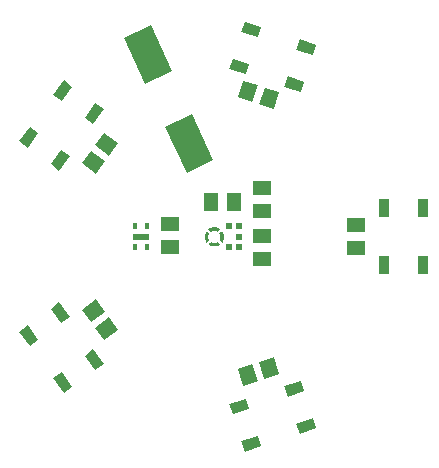
<source format=gbr>
G04 EAGLE Gerber RS-274X export*
G75*
%MOMM*%
%FSLAX34Y34*%
%LPD*%
%INSolderpaste Bottom*%
%IPPOS*%
%AMOC8*
5,1,8,0,0,1.08239X$1,22.5*%
G01*
%ADD10R,1.500000X1.300000*%
%ADD11R,1.300000X1.500000*%
%ADD12R,0.522000X0.600000*%
%ADD13R,0.350000X0.550000*%
%ADD14R,1.400000X0.500000*%
%ADD15R,4.300000X2.500000*%
%ADD16R,1.500000X0.900000*%
%ADD17R,0.900000X1.500000*%

G36*
X-2318Y4453D02*
X-2318Y4453D01*
X-1273Y4837D01*
X-74Y4973D01*
X1125Y4837D01*
X2224Y4437D01*
X2724Y4088D01*
X2728Y4088D01*
X2729Y4088D01*
X3779Y5138D01*
X4927Y6241D01*
X4927Y6242D01*
X4927Y6247D01*
X4926Y6247D01*
X4926Y6248D01*
X3978Y6895D01*
X3978Y6894D01*
X3978Y6895D01*
X3028Y7345D01*
X2278Y7645D01*
X2277Y7645D01*
X1529Y7807D01*
X577Y7945D01*
X576Y7945D01*
X-674Y7945D01*
X-675Y7945D01*
X-1475Y7845D01*
X-2375Y7645D01*
X-2376Y7645D01*
X-3176Y7345D01*
X-4126Y6895D01*
X-4126Y6894D01*
X-4126Y6895D01*
X-5076Y6245D01*
X-5076Y6244D01*
X-5077Y6244D01*
X-5077Y6243D01*
X-5078Y6242D01*
X-5077Y6242D01*
X-5078Y6239D01*
X-5077Y6239D01*
X-5077Y6238D01*
X-3877Y5038D01*
X-2904Y4050D01*
X-2899Y4049D01*
X-2898Y4049D01*
X-2318Y4453D01*
G37*
G36*
X-6472Y-5162D02*
X-6472Y-5162D01*
X-6471Y-5162D01*
X-5321Y-4012D01*
X-4333Y-3039D01*
X-4332Y-3035D01*
X-4332Y-3034D01*
X-4686Y-2403D01*
X-5070Y-1358D01*
X-5206Y-159D01*
X-5206Y-157D01*
X-5205Y-153D01*
X-5204Y-145D01*
X-5203Y-136D01*
X-5203Y-132D01*
X-5202Y-128D01*
X-5202Y-123D01*
X-5201Y-115D01*
X-5200Y-106D01*
X-5199Y-102D01*
X-5198Y-94D01*
X-5197Y-85D01*
X-5197Y-81D01*
X-5196Y-77D01*
X-5196Y-72D01*
X-5195Y-64D01*
X-5194Y-55D01*
X-5194Y-51D01*
X-5193Y-47D01*
X-5193Y-43D01*
X-5192Y-34D01*
X-5191Y-30D01*
X-5191Y-26D01*
X-5190Y-21D01*
X-5189Y-13D01*
X-5188Y-4D01*
X-5188Y0D01*
X-5187Y4D01*
X-5187Y8D01*
X-5187Y9D01*
X-5186Y17D01*
X-5185Y21D01*
X-5185Y25D01*
X-5185Y26D01*
X-5184Y30D01*
X-5183Y38D01*
X-5182Y47D01*
X-5182Y51D01*
X-5181Y55D01*
X-5181Y59D01*
X-5181Y60D01*
X-5180Y68D01*
X-5180Y72D01*
X-5179Y76D01*
X-5179Y77D01*
X-5179Y81D01*
X-5178Y89D01*
X-5177Y98D01*
X-5176Y102D01*
X-5176Y106D01*
X-5175Y110D01*
X-5175Y111D01*
X-5174Y119D01*
X-5174Y123D01*
X-5173Y127D01*
X-5173Y128D01*
X-5173Y132D01*
X-5172Y140D01*
X-5171Y149D01*
X-5170Y153D01*
X-5170Y157D01*
X-5169Y161D01*
X-5169Y162D01*
X-5168Y170D01*
X-5168Y174D01*
X-5168Y178D01*
X-5167Y178D01*
X-5168Y179D01*
X-5167Y183D01*
X-5166Y191D01*
X-5165Y200D01*
X-5165Y204D01*
X-5164Y208D01*
X-5164Y212D01*
X-5164Y213D01*
X-5163Y221D01*
X-5162Y225D01*
X-5162Y229D01*
X-5162Y230D01*
X-5161Y234D01*
X-5160Y242D01*
X-5159Y251D01*
X-5159Y255D01*
X-5158Y259D01*
X-5158Y263D01*
X-5158Y264D01*
X-5157Y272D01*
X-5156Y276D01*
X-5156Y280D01*
X-5156Y281D01*
X-5155Y285D01*
X-5155Y293D01*
X-5154Y293D01*
X-5155Y293D01*
X-5154Y302D01*
X-5153Y306D01*
X-5153Y310D01*
X-5152Y314D01*
X-5152Y315D01*
X-5151Y323D01*
X-5151Y327D01*
X-5150Y331D01*
X-5150Y332D01*
X-5150Y336D01*
X-5149Y344D01*
X-5148Y353D01*
X-5147Y357D01*
X-5147Y361D01*
X-5146Y365D01*
X-5146Y366D01*
X-5145Y374D01*
X-5145Y378D01*
X-5144Y382D01*
X-5144Y383D01*
X-5144Y387D01*
X-5143Y395D01*
X-5142Y404D01*
X-5142Y408D01*
X-5141Y408D01*
X-5142Y408D01*
X-5141Y412D01*
X-5141Y416D01*
X-5141Y417D01*
X-5140Y425D01*
X-5139Y429D01*
X-5139Y433D01*
X-5139Y434D01*
X-5138Y438D01*
X-5137Y446D01*
X-5136Y455D01*
X-5136Y459D01*
X-5135Y463D01*
X-5135Y467D01*
X-5135Y468D01*
X-5134Y476D01*
X-5133Y480D01*
X-5133Y484D01*
X-5133Y485D01*
X-5132Y489D01*
X-5131Y497D01*
X-5130Y506D01*
X-5130Y510D01*
X-5129Y514D01*
X-5129Y518D01*
X-5129Y519D01*
X-5128Y527D01*
X-5128Y531D01*
X-5127Y535D01*
X-5127Y536D01*
X-5127Y540D01*
X-5126Y548D01*
X-5125Y557D01*
X-5124Y561D01*
X-5124Y565D01*
X-5123Y569D01*
X-5123Y570D01*
X-5122Y578D01*
X-5122Y582D01*
X-5121Y586D01*
X-5121Y587D01*
X-5121Y591D01*
X-5120Y599D01*
X-5119Y608D01*
X-5118Y612D01*
X-5118Y616D01*
X-5117Y620D01*
X-5117Y621D01*
X-5116Y629D01*
X-5116Y633D01*
X-5115Y637D01*
X-5115Y638D01*
X-5115Y642D01*
X-5114Y650D01*
X-5113Y659D01*
X-5113Y663D01*
X-5112Y667D01*
X-5112Y671D01*
X-5112Y672D01*
X-5111Y680D01*
X-5110Y684D01*
X-5110Y688D01*
X-5110Y689D01*
X-5109Y693D01*
X-5108Y701D01*
X-5107Y710D01*
X-5107Y714D01*
X-5106Y718D01*
X-5106Y722D01*
X-5106Y723D01*
X-5105Y731D01*
X-5104Y735D01*
X-5104Y739D01*
X-5104Y740D01*
X-5103Y744D01*
X-5102Y752D01*
X-5102Y761D01*
X-5101Y761D01*
X-5102Y761D01*
X-5101Y765D01*
X-5101Y769D01*
X-5100Y773D01*
X-5100Y774D01*
X-5099Y782D01*
X-5099Y786D01*
X-5098Y790D01*
X-5098Y791D01*
X-5098Y795D01*
X-5097Y803D01*
X-5096Y812D01*
X-5095Y816D01*
X-5095Y820D01*
X-5094Y824D01*
X-5094Y825D01*
X-5093Y833D01*
X-5093Y837D01*
X-5092Y841D01*
X-5092Y842D01*
X-5092Y846D01*
X-5091Y854D01*
X-5090Y863D01*
X-5089Y867D01*
X-5089Y871D01*
X-5089Y875D01*
X-5088Y875D01*
X-5089Y876D01*
X-5088Y884D01*
X-5087Y888D01*
X-5087Y892D01*
X-5087Y893D01*
X-5086Y897D01*
X-5085Y905D01*
X-5084Y914D01*
X-5084Y918D01*
X-5083Y922D01*
X-5083Y926D01*
X-5083Y927D01*
X-5082Y935D01*
X-5081Y939D01*
X-5081Y943D01*
X-5081Y944D01*
X-5080Y948D01*
X-5079Y956D01*
X-5078Y965D01*
X-5078Y969D01*
X-5077Y973D01*
X-5077Y977D01*
X-5077Y978D01*
X-5076Y986D01*
X-5076Y990D01*
X-5075Y990D01*
X-5075Y994D01*
X-5075Y995D01*
X-5075Y999D01*
X-5074Y1007D01*
X-5073Y1016D01*
X-5072Y1020D01*
X-5072Y1024D01*
X-5071Y1028D01*
X-5071Y1029D01*
X-5070Y1037D01*
X-5070Y1040D01*
X-4670Y2139D01*
X-4321Y2639D01*
X-4321Y2643D01*
X-4321Y2644D01*
X-5371Y3644D01*
X-6524Y4792D01*
X-6525Y4792D01*
X-6530Y4792D01*
X-6530Y4791D01*
X-6531Y4791D01*
X-6978Y4093D01*
X-7578Y2943D01*
X-7578Y2942D01*
X-8040Y1444D01*
X-8040Y1443D01*
X-8040Y1442D01*
X-8041Y1438D01*
X-8041Y1429D01*
X-8042Y1429D01*
X-8041Y1429D01*
X-8042Y1425D01*
X-8042Y1421D01*
X-8043Y1416D01*
X-8043Y1412D01*
X-8043Y1408D01*
X-8044Y1399D01*
X-8044Y1395D01*
X-8045Y1391D01*
X-8045Y1387D01*
X-8046Y1382D01*
X-8046Y1378D01*
X-8047Y1370D01*
X-8047Y1365D01*
X-8047Y1361D01*
X-8048Y1357D01*
X-8048Y1353D01*
X-8048Y1348D01*
X-8049Y1340D01*
X-8050Y1336D01*
X-8050Y1331D01*
X-8050Y1327D01*
X-8051Y1323D01*
X-8051Y1319D01*
X-8052Y1310D01*
X-8052Y1306D01*
X-8052Y1302D01*
X-8053Y1302D01*
X-8052Y1302D01*
X-8053Y1297D01*
X-8053Y1293D01*
X-8054Y1289D01*
X-8054Y1280D01*
X-8055Y1276D01*
X-8055Y1272D01*
X-8055Y1268D01*
X-8056Y1263D01*
X-8056Y1259D01*
X-8057Y1251D01*
X-8057Y1246D01*
X-8058Y1242D01*
X-8058Y1238D01*
X-8058Y1234D01*
X-8059Y1229D01*
X-8059Y1221D01*
X-8060Y1217D01*
X-8060Y1212D01*
X-8061Y1208D01*
X-8061Y1204D01*
X-8061Y1200D01*
X-8062Y1191D01*
X-8062Y1187D01*
X-8063Y1183D01*
X-8063Y1178D01*
X-8063Y1174D01*
X-8064Y1170D01*
X-8065Y1161D01*
X-8065Y1157D01*
X-8065Y1153D01*
X-8066Y1149D01*
X-8066Y1144D01*
X-8066Y1140D01*
X-8067Y1136D01*
X-8067Y1132D01*
X-8067Y1127D01*
X-8068Y1127D01*
X-8067Y1127D01*
X-8068Y1123D01*
X-8068Y1119D01*
X-8069Y1115D01*
X-8069Y1110D01*
X-8069Y1106D01*
X-8070Y1102D01*
X-8070Y1098D01*
X-8070Y1093D01*
X-8071Y1089D01*
X-8071Y1085D01*
X-8072Y1081D01*
X-8072Y1076D01*
X-8072Y1072D01*
X-8073Y1068D01*
X-8073Y1064D01*
X-8073Y1059D01*
X-8074Y1055D01*
X-8074Y1051D01*
X-8074Y1047D01*
X-8075Y1042D01*
X-8075Y1038D01*
X-8076Y1034D01*
X-8076Y1030D01*
X-8076Y1025D01*
X-8077Y1021D01*
X-8077Y1017D01*
X-8077Y1013D01*
X-8078Y1008D01*
X-8078Y1004D01*
X-8078Y1000D01*
X-8079Y996D01*
X-8079Y991D01*
X-8080Y987D01*
X-8080Y983D01*
X-8080Y979D01*
X-8081Y974D01*
X-8081Y970D01*
X-8081Y966D01*
X-8082Y962D01*
X-8082Y957D01*
X-8082Y953D01*
X-8083Y953D01*
X-8082Y953D01*
X-8083Y949D01*
X-8083Y945D01*
X-8084Y940D01*
X-8084Y936D01*
X-8084Y932D01*
X-8085Y928D01*
X-8085Y923D01*
X-8085Y919D01*
X-8086Y915D01*
X-8086Y911D01*
X-8087Y906D01*
X-8087Y902D01*
X-8087Y898D01*
X-8088Y894D01*
X-8088Y889D01*
X-8088Y885D01*
X-8089Y881D01*
X-8089Y877D01*
X-8089Y872D01*
X-8090Y868D01*
X-8090Y864D01*
X-8091Y860D01*
X-8091Y855D01*
X-8091Y851D01*
X-8092Y847D01*
X-8092Y843D01*
X-8092Y838D01*
X-8093Y834D01*
X-8093Y830D01*
X-8093Y826D01*
X-8094Y826D01*
X-8093Y826D01*
X-8094Y821D01*
X-8094Y817D01*
X-8095Y813D01*
X-8095Y809D01*
X-8095Y804D01*
X-8096Y800D01*
X-8096Y792D01*
X-8097Y787D01*
X-8097Y783D01*
X-8097Y779D01*
X-8098Y779D01*
X-8097Y779D01*
X-8098Y775D01*
X-8098Y770D01*
X-8099Y762D01*
X-8099Y758D01*
X-8100Y753D01*
X-8100Y749D01*
X-8100Y745D01*
X-8101Y741D01*
X-8102Y732D01*
X-8102Y728D01*
X-8102Y724D01*
X-8103Y719D01*
X-8103Y715D01*
X-8103Y711D01*
X-8104Y702D01*
X-8104Y698D01*
X-8105Y694D01*
X-8105Y690D01*
X-8106Y685D01*
X-8106Y681D01*
X-8107Y673D01*
X-8107Y668D01*
X-8107Y664D01*
X-8108Y660D01*
X-8108Y656D01*
X-8108Y651D01*
X-8109Y651D01*
X-8108Y651D01*
X-8109Y643D01*
X-8110Y639D01*
X-8110Y634D01*
X-8110Y630D01*
X-8111Y626D01*
X-8111Y622D01*
X-8112Y613D01*
X-8112Y609D01*
X-8113Y605D01*
X-8113Y600D01*
X-8113Y596D01*
X-8114Y592D01*
X-8114Y583D01*
X-8115Y579D01*
X-8115Y575D01*
X-8115Y571D01*
X-8116Y566D01*
X-8116Y562D01*
X-8117Y554D01*
X-8117Y549D01*
X-8118Y545D01*
X-8118Y541D01*
X-8118Y537D01*
X-8119Y532D01*
X-8119Y524D01*
X-8120Y520D01*
X-8120Y515D01*
X-8121Y511D01*
X-8121Y507D01*
X-8121Y503D01*
X-8122Y494D01*
X-8122Y490D01*
X-8123Y486D01*
X-8123Y481D01*
X-8123Y477D01*
X-8124Y477D01*
X-8123Y477D01*
X-8124Y473D01*
X-8125Y464D01*
X-8125Y460D01*
X-8125Y456D01*
X-8126Y452D01*
X-8126Y447D01*
X-8126Y443D01*
X-8127Y439D01*
X-8127Y435D01*
X-8128Y430D01*
X-8128Y426D01*
X-8128Y422D01*
X-8129Y418D01*
X-8129Y413D01*
X-8129Y409D01*
X-8130Y405D01*
X-8130Y401D01*
X-8130Y396D01*
X-8131Y392D01*
X-8131Y388D01*
X-8132Y384D01*
X-8132Y379D01*
X-8132Y375D01*
X-8133Y371D01*
X-8133Y367D01*
X-8133Y362D01*
X-8134Y358D01*
X-8134Y354D01*
X-8134Y350D01*
X-8135Y345D01*
X-8135Y341D01*
X-8136Y337D01*
X-8136Y333D01*
X-8136Y328D01*
X-8137Y324D01*
X-8137Y320D01*
X-8137Y316D01*
X-8138Y311D01*
X-8138Y307D01*
X-8138Y303D01*
X-8139Y303D01*
X-8138Y303D01*
X-8139Y299D01*
X-8139Y294D01*
X-8140Y290D01*
X-8140Y286D01*
X-8140Y282D01*
X-8141Y277D01*
X-8141Y273D01*
X-8141Y269D01*
X-8142Y265D01*
X-8142Y260D01*
X-8143Y256D01*
X-8143Y252D01*
X-8143Y248D01*
X-8144Y243D01*
X-8144Y239D01*
X-8144Y235D01*
X-8145Y231D01*
X-8145Y226D01*
X-8145Y222D01*
X-8146Y218D01*
X-8146Y214D01*
X-8147Y209D01*
X-8147Y205D01*
X-8147Y201D01*
X-8148Y197D01*
X-8148Y192D01*
X-8148Y188D01*
X-8149Y184D01*
X-8149Y180D01*
X-8149Y175D01*
X-8150Y175D01*
X-8149Y175D01*
X-8150Y171D01*
X-8150Y167D01*
X-8151Y163D01*
X-8151Y158D01*
X-8151Y154D01*
X-8152Y150D01*
X-8152Y146D01*
X-8152Y141D01*
X-8153Y137D01*
X-8153Y133D01*
X-8153Y129D01*
X-8154Y129D01*
X-8154Y124D01*
X-8154Y120D01*
X-8155Y116D01*
X-8155Y112D01*
X-8155Y107D01*
X-8156Y103D01*
X-8156Y95D01*
X-8157Y90D01*
X-8157Y86D01*
X-8158Y82D01*
X-8158Y78D01*
X-8158Y73D01*
X-8159Y65D01*
X-8159Y61D01*
X-8160Y56D01*
X-8160Y52D01*
X-8160Y48D01*
X-8161Y44D01*
X-8162Y35D01*
X-8162Y31D01*
X-8162Y27D01*
X-8163Y22D01*
X-8163Y18D01*
X-8163Y14D01*
X-8164Y5D01*
X-8164Y1D01*
X-8165Y1D01*
X-8164Y1D01*
X-8165Y-3D01*
X-8165Y-7D01*
X-8165Y-8D01*
X-8166Y-12D01*
X-8166Y-16D01*
X-8167Y-24D01*
X-8167Y-25D01*
X-8167Y-29D01*
X-8167Y-33D01*
X-8168Y-37D01*
X-8168Y-41D01*
X-8168Y-42D01*
X-8169Y-46D01*
X-8169Y-54D01*
X-8170Y-58D01*
X-8170Y-59D01*
X-8170Y-63D01*
X-8170Y-67D01*
X-8171Y-71D01*
X-8171Y-75D01*
X-8171Y-76D01*
X-8172Y-84D01*
X-8172Y-88D01*
X-8173Y-92D01*
X-8173Y-93D01*
X-8173Y-97D01*
X-8173Y-101D01*
X-8174Y-105D01*
X-8174Y-114D01*
X-8175Y-118D01*
X-8175Y-122D01*
X-8175Y-126D01*
X-8175Y-127D01*
X-8176Y-131D01*
X-8176Y-135D01*
X-8177Y-143D01*
X-8177Y-144D01*
X-8177Y-148D01*
X-8178Y-152D01*
X-8178Y-156D01*
X-8178Y-159D01*
X-8078Y-1559D01*
X-8078Y-1560D01*
X-7878Y-2360D01*
X-7578Y-3260D01*
X-7578Y-3261D01*
X-7128Y-4211D01*
X-7127Y-4211D01*
X-7128Y-4211D01*
X-6478Y-5161D01*
X-6477Y-5161D01*
X-6477Y-5162D01*
X-6472Y-5163D01*
X-6472Y-5162D01*
G37*
G36*
X1326Y-8163D02*
X1326Y-8163D01*
X1327Y-8163D01*
X2127Y-7963D01*
X3027Y-7663D01*
X3028Y-7663D01*
X4028Y-7163D01*
X4028Y-7162D01*
X4028Y-7163D01*
X4978Y-6513D01*
X4978Y-6512D01*
X4979Y-6512D01*
X4979Y-6511D01*
X4980Y-6507D01*
X4979Y-6507D01*
X4979Y-6506D01*
X3829Y-5406D01*
X2856Y-4418D01*
X2854Y-4418D01*
X2853Y-4417D01*
X2852Y-4417D01*
X2851Y-4417D01*
X2170Y-4771D01*
X1175Y-5205D01*
X-25Y-5355D01*
X-28Y-5359D01*
X-28Y-5389D01*
X-123Y-5355D01*
X-1173Y-5205D01*
X-1175Y-5206D01*
X-1176Y-5205D01*
X-1270Y-5252D01*
X-1270Y-5209D01*
X-1272Y-5206D01*
X-1273Y-5205D01*
X-2372Y-4805D01*
X-2922Y-4455D01*
X-2923Y-4456D01*
X-2923Y-4455D01*
X-2925Y-4455D01*
X-2925Y-4456D01*
X-2926Y-4456D01*
X-2927Y-4456D01*
X-3927Y-5456D01*
X-5075Y-6559D01*
X-5075Y-6561D01*
X-5075Y-6565D01*
X-5074Y-6565D01*
X-5074Y-6566D01*
X-4076Y-7213D01*
X-3176Y-7663D01*
X-3175Y-7663D01*
X-1677Y-8125D01*
X-1676Y-8125D01*
X-74Y-8263D01*
X1326Y-8163D01*
G37*
G36*
X6382Y-5059D02*
X6382Y-5059D01*
X6383Y-5059D01*
X6929Y-4312D01*
X6929Y-4311D01*
X6930Y-4311D01*
X7430Y-3261D01*
X7430Y-3260D01*
X7892Y-1762D01*
X7892Y-1761D01*
X7892Y-1759D01*
X7893Y-1755D01*
X7893Y-1751D01*
X7894Y-1746D01*
X7894Y-1742D01*
X7894Y-1738D01*
X7895Y-1734D01*
X7895Y-1729D01*
X7895Y-1725D01*
X7896Y-1721D01*
X7896Y-1717D01*
X7896Y-1712D01*
X7897Y-1712D01*
X7896Y-1712D01*
X7897Y-1708D01*
X7897Y-1704D01*
X7898Y-1700D01*
X7898Y-1695D01*
X7898Y-1691D01*
X7899Y-1687D01*
X7899Y-1683D01*
X7899Y-1678D01*
X7900Y-1674D01*
X7900Y-1670D01*
X7900Y-1666D01*
X7901Y-1666D01*
X7901Y-1661D01*
X7901Y-1657D01*
X7902Y-1653D01*
X7902Y-1649D01*
X7902Y-1644D01*
X7903Y-1640D01*
X7903Y-1636D01*
X7903Y-1632D01*
X7904Y-1627D01*
X7904Y-1623D01*
X7905Y-1619D01*
X7905Y-1615D01*
X7905Y-1610D01*
X7906Y-1606D01*
X7906Y-1602D01*
X7906Y-1598D01*
X7907Y-1593D01*
X7907Y-1589D01*
X7907Y-1585D01*
X7908Y-1581D01*
X7908Y-1576D01*
X7909Y-1572D01*
X7909Y-1568D01*
X7909Y-1564D01*
X7910Y-1559D01*
X7910Y-1555D01*
X7910Y-1551D01*
X7911Y-1547D01*
X7911Y-1542D01*
X7911Y-1538D01*
X7912Y-1538D01*
X7911Y-1538D01*
X7912Y-1534D01*
X7912Y-1530D01*
X7913Y-1525D01*
X7913Y-1521D01*
X7913Y-1517D01*
X7914Y-1513D01*
X7914Y-1508D01*
X7914Y-1504D01*
X7915Y-1500D01*
X7915Y-1496D01*
X7916Y-1491D01*
X7916Y-1487D01*
X7916Y-1483D01*
X7917Y-1479D01*
X7917Y-1470D01*
X7918Y-1466D01*
X7918Y-1462D01*
X7918Y-1457D01*
X7919Y-1453D01*
X7919Y-1449D01*
X7920Y-1440D01*
X7920Y-1436D01*
X7921Y-1432D01*
X7921Y-1428D01*
X7921Y-1423D01*
X7922Y-1419D01*
X7922Y-1411D01*
X7923Y-1406D01*
X7923Y-1402D01*
X7924Y-1398D01*
X7924Y-1394D01*
X7924Y-1389D01*
X7925Y-1381D01*
X7925Y-1377D01*
X7926Y-1372D01*
X7926Y-1368D01*
X7926Y-1364D01*
X7927Y-1364D01*
X7926Y-1364D01*
X7927Y-1360D01*
X7928Y-1351D01*
X7928Y-1347D01*
X7928Y-1343D01*
X7929Y-1338D01*
X7929Y-1334D01*
X7929Y-1330D01*
X7930Y-1321D01*
X7931Y-1317D01*
X7931Y-1313D01*
X7931Y-1309D01*
X7932Y-1304D01*
X7932Y-1300D01*
X7933Y-1292D01*
X7933Y-1287D01*
X7933Y-1283D01*
X7934Y-1279D01*
X7934Y-1275D01*
X7935Y-1270D01*
X7935Y-1262D01*
X7936Y-1258D01*
X7936Y-1253D01*
X7936Y-1249D01*
X7937Y-1245D01*
X7937Y-1241D01*
X7938Y-1232D01*
X7938Y-1228D01*
X7939Y-1224D01*
X7939Y-1219D01*
X7939Y-1215D01*
X7940Y-1211D01*
X7940Y-1202D01*
X7941Y-1198D01*
X7941Y-1194D01*
X7941Y-1190D01*
X7942Y-1190D01*
X7941Y-1190D01*
X7942Y-1185D01*
X7942Y-1181D01*
X7943Y-1173D01*
X7943Y-1168D01*
X7944Y-1164D01*
X7944Y-1160D01*
X7944Y-1156D01*
X7945Y-1151D01*
X7945Y-1147D01*
X7946Y-1143D01*
X7946Y-1139D01*
X7946Y-1134D01*
X7947Y-1130D01*
X7947Y-1126D01*
X7947Y-1122D01*
X7948Y-1117D01*
X7948Y-1113D01*
X7948Y-1109D01*
X7949Y-1105D01*
X7949Y-1100D01*
X7950Y-1096D01*
X7950Y-1092D01*
X7950Y-1088D01*
X7951Y-1083D01*
X7951Y-1079D01*
X7951Y-1075D01*
X7952Y-1071D01*
X7952Y-1066D01*
X7952Y-1062D01*
X7953Y-1062D01*
X7952Y-1062D01*
X7953Y-1058D01*
X7953Y-1054D01*
X7954Y-1049D01*
X7954Y-1045D01*
X7954Y-1041D01*
X7955Y-1037D01*
X7955Y-1032D01*
X7955Y-1028D01*
X7956Y-1024D01*
X7956Y-1020D01*
X7956Y-1015D01*
X7957Y-1015D01*
X7957Y-1011D01*
X7957Y-1007D01*
X7958Y-1003D01*
X7958Y-998D01*
X7958Y-994D01*
X7959Y-990D01*
X7959Y-986D01*
X7959Y-981D01*
X7960Y-977D01*
X7960Y-973D01*
X7961Y-969D01*
X7961Y-964D01*
X7961Y-960D01*
X7962Y-956D01*
X7962Y-952D01*
X7962Y-947D01*
X7963Y-943D01*
X7963Y-939D01*
X7963Y-935D01*
X7964Y-930D01*
X7964Y-926D01*
X7965Y-922D01*
X7965Y-918D01*
X7965Y-913D01*
X7966Y-909D01*
X7966Y-905D01*
X7966Y-901D01*
X7967Y-896D01*
X7967Y-892D01*
X7967Y-888D01*
X7968Y-888D01*
X7967Y-888D01*
X7968Y-884D01*
X7968Y-879D01*
X7969Y-875D01*
X7969Y-871D01*
X7969Y-867D01*
X7970Y-862D01*
X7970Y-858D01*
X7970Y-854D01*
X7971Y-850D01*
X7971Y-845D01*
X7972Y-841D01*
X7972Y-837D01*
X7972Y-833D01*
X7973Y-828D01*
X7973Y-824D01*
X7973Y-820D01*
X7974Y-816D01*
X7974Y-811D01*
X7974Y-807D01*
X7975Y-803D01*
X7975Y-799D01*
X7976Y-794D01*
X7976Y-790D01*
X7976Y-786D01*
X7977Y-782D01*
X7977Y-773D01*
X7978Y-769D01*
X7978Y-765D01*
X7978Y-760D01*
X7979Y-756D01*
X7979Y-752D01*
X7980Y-743D01*
X7980Y-739D01*
X7981Y-735D01*
X7981Y-731D01*
X7981Y-726D01*
X7982Y-722D01*
X7982Y-714D01*
X7983Y-714D01*
X7982Y-714D01*
X7983Y-709D01*
X7983Y-705D01*
X7984Y-701D01*
X7984Y-697D01*
X7984Y-692D01*
X7985Y-684D01*
X7985Y-680D01*
X7986Y-675D01*
X7986Y-671D01*
X7987Y-667D01*
X7987Y-663D01*
X7988Y-654D01*
X7988Y-650D01*
X7988Y-646D01*
X7989Y-641D01*
X7989Y-637D01*
X7989Y-633D01*
X7990Y-624D01*
X7991Y-620D01*
X7991Y-616D01*
X7991Y-612D01*
X7992Y-607D01*
X7992Y-603D01*
X7993Y-595D01*
X7993Y-590D01*
X7993Y-586D01*
X7994Y-586D01*
X7993Y-586D01*
X7994Y-582D01*
X7994Y-578D01*
X7995Y-573D01*
X7995Y-565D01*
X7996Y-561D01*
X7996Y-556D01*
X7996Y-552D01*
X7997Y-548D01*
X7997Y-544D01*
X7998Y-535D01*
X7998Y-531D01*
X7999Y-527D01*
X7999Y-522D01*
X7999Y-518D01*
X8000Y-514D01*
X8000Y-505D01*
X8001Y-501D01*
X8001Y-497D01*
X8002Y-493D01*
X8002Y-488D01*
X8002Y-484D01*
X8003Y-476D01*
X8003Y-471D01*
X8004Y-467D01*
X8004Y-463D01*
X8004Y-459D01*
X8005Y-454D01*
X8005Y-450D01*
X8006Y-446D01*
X8006Y-442D01*
X8006Y-437D01*
X8007Y-433D01*
X8007Y-429D01*
X8007Y-425D01*
X8008Y-420D01*
X8008Y-416D01*
X8008Y-412D01*
X8009Y-412D01*
X8008Y-412D01*
X8009Y-408D01*
X8009Y-403D01*
X8010Y-399D01*
X8010Y-395D01*
X8010Y-391D01*
X8011Y-386D01*
X8011Y-382D01*
X8011Y-378D01*
X8012Y-374D01*
X8012Y-369D01*
X8013Y-365D01*
X8013Y-361D01*
X8013Y-357D01*
X8014Y-352D01*
X8014Y-348D01*
X8014Y-344D01*
X8015Y-340D01*
X8015Y-335D01*
X8015Y-331D01*
X8016Y-327D01*
X8016Y-323D01*
X8017Y-318D01*
X8017Y-314D01*
X8017Y-310D01*
X8018Y-306D01*
X8018Y-301D01*
X8018Y-297D01*
X8019Y-293D01*
X8019Y-289D01*
X8019Y-284D01*
X8020Y-280D01*
X8020Y-276D01*
X8021Y-272D01*
X8021Y-267D01*
X8021Y-263D01*
X8022Y-259D01*
X8022Y-255D01*
X8022Y-250D01*
X8023Y-246D01*
X8023Y-242D01*
X8023Y-238D01*
X8024Y-238D01*
X8023Y-238D01*
X8024Y-233D01*
X8024Y-229D01*
X8025Y-225D01*
X8025Y-221D01*
X8025Y-216D01*
X8026Y-212D01*
X8026Y-208D01*
X8026Y-204D01*
X8027Y-199D01*
X8027Y-195D01*
X8028Y-191D01*
X8028Y-187D01*
X8028Y-182D01*
X8029Y-178D01*
X8029Y-174D01*
X8029Y-170D01*
X8030Y-165D01*
X8030Y-161D01*
X8030Y-159D01*
X7930Y1241D01*
X7930Y1242D01*
X7730Y2142D01*
X7730Y2143D01*
X7430Y2943D01*
X6930Y3943D01*
X6929Y3943D01*
X6930Y3943D01*
X6330Y4843D01*
X6329Y4843D01*
X6329Y4844D01*
X6328Y4844D01*
X6324Y4845D01*
X6324Y4844D01*
X6323Y4844D01*
X5173Y3694D01*
X4185Y2671D01*
X4184Y2667D01*
X4184Y2665D01*
X4538Y2085D01*
X4922Y1040D01*
X5058Y-159D01*
X5056Y-181D01*
X5055Y-207D01*
X5053Y-232D01*
X5052Y-258D01*
X5050Y-283D01*
X5049Y-309D01*
X5047Y-334D01*
X5046Y-360D01*
X5044Y-385D01*
X5022Y-759D01*
X5021Y-764D01*
X5020Y-768D01*
X5019Y-776D01*
X5018Y-781D01*
X5017Y-789D01*
X5016Y-793D01*
X5015Y-802D01*
X5014Y-806D01*
X5012Y-815D01*
X5012Y-819D01*
X5010Y-827D01*
X5010Y-832D01*
X5008Y-840D01*
X5007Y-844D01*
X5006Y-853D01*
X5005Y-857D01*
X5004Y-866D01*
X5003Y-870D01*
X5002Y-878D01*
X5001Y-883D01*
X5000Y-891D01*
X4999Y-895D01*
X4998Y-904D01*
X4997Y-908D01*
X4995Y-917D01*
X4995Y-921D01*
X4993Y-929D01*
X4993Y-934D01*
X4991Y-942D01*
X4990Y-946D01*
X4989Y-955D01*
X4988Y-959D01*
X4987Y-968D01*
X4986Y-972D01*
X4985Y-980D01*
X4984Y-985D01*
X4983Y-993D01*
X4982Y-997D01*
X4981Y-1006D01*
X4980Y-1010D01*
X4978Y-1019D01*
X4978Y-1023D01*
X4976Y-1031D01*
X4976Y-1036D01*
X4974Y-1044D01*
X4973Y-1048D01*
X4972Y-1057D01*
X4971Y-1061D01*
X4970Y-1070D01*
X4969Y-1074D01*
X4968Y-1082D01*
X4967Y-1087D01*
X4966Y-1095D01*
X4965Y-1099D01*
X4964Y-1108D01*
X4963Y-1112D01*
X4961Y-1121D01*
X4961Y-1125D01*
X4959Y-1133D01*
X4959Y-1138D01*
X4957Y-1146D01*
X4956Y-1150D01*
X4955Y-1159D01*
X4954Y-1163D01*
X4953Y-1172D01*
X4952Y-1176D01*
X4951Y-1184D01*
X4950Y-1189D01*
X4949Y-1197D01*
X4948Y-1201D01*
X4947Y-1210D01*
X4946Y-1214D01*
X4944Y-1223D01*
X4944Y-1227D01*
X4942Y-1235D01*
X4942Y-1240D01*
X4940Y-1248D01*
X4939Y-1252D01*
X4938Y-1261D01*
X4937Y-1265D01*
X4936Y-1274D01*
X4935Y-1278D01*
X4934Y-1286D01*
X4933Y-1291D01*
X4932Y-1299D01*
X4931Y-1303D01*
X4930Y-1312D01*
X4929Y-1316D01*
X4927Y-1325D01*
X4927Y-1329D01*
X4925Y-1337D01*
X4925Y-1342D01*
X4923Y-1350D01*
X4922Y-1354D01*
X4922Y-1358D01*
X4772Y-1908D01*
X4522Y-2457D01*
X4272Y-2957D01*
X4273Y-2961D01*
X4273Y-2962D01*
X5223Y-3912D01*
X6376Y-5060D01*
X6377Y-5060D01*
X6382Y-5060D01*
X6382Y-5059D01*
G37*
D10*
X40471Y352D03*
X40471Y-18648D03*
X40344Y21794D03*
X40344Y40794D03*
D11*
X16458Y29616D03*
X-2542Y29616D03*
D12*
X12446Y-9159D03*
X20666Y-9159D03*
X20666Y-159D03*
X20666Y8841D03*
X12446Y8841D03*
D13*
X-57230Y9250D03*
X-67230Y9250D03*
X-67230Y-9250D03*
X-57230Y-9250D03*
D14*
X-62230Y0D03*
D10*
X-37338Y-8484D03*
X-37338Y10516D03*
D15*
G36*
X-23567Y53996D02*
X-41740Y92966D01*
X-19083Y103532D01*
X-910Y64562D01*
X-23567Y53996D01*
G37*
G36*
X-58645Y129220D02*
X-76818Y168190D01*
X-54161Y178756D01*
X-35988Y139786D01*
X-58645Y129220D01*
G37*
D16*
G36*
X-102461Y-95456D02*
X-93646Y-107590D01*
X-100927Y-112880D01*
X-109742Y-100746D01*
X-102461Y-95456D01*
G37*
G36*
X-129158Y-114853D02*
X-120343Y-126987D01*
X-127624Y-132277D01*
X-136439Y-120143D01*
X-129158Y-114853D01*
G37*
G36*
X-131262Y-55815D02*
X-122447Y-67949D01*
X-129728Y-73239D01*
X-138543Y-61105D01*
X-131262Y-55815D01*
G37*
G36*
X-157960Y-75212D02*
X-149145Y-87346D01*
X-156426Y-92636D01*
X-165241Y-80502D01*
X-157960Y-75212D01*
G37*
G36*
X59122Y-126944D02*
X73387Y-122309D01*
X76168Y-130868D01*
X61903Y-135503D01*
X59122Y-126944D01*
G37*
G36*
X69320Y-158329D02*
X83585Y-153694D01*
X86366Y-162253D01*
X72101Y-166888D01*
X69320Y-158329D01*
G37*
G36*
X12520Y-142085D02*
X26785Y-137450D01*
X29566Y-146009D01*
X15301Y-150644D01*
X12520Y-142085D01*
G37*
G36*
X22718Y-173470D02*
X36983Y-168835D01*
X39764Y-177394D01*
X25499Y-182029D01*
X22718Y-173470D01*
G37*
D17*
X143500Y24500D03*
X176500Y24500D03*
X143500Y-24500D03*
X176500Y-24500D03*
D16*
G36*
X26785Y137450D02*
X12520Y142085D01*
X15301Y150644D01*
X29566Y146009D01*
X26785Y137450D01*
G37*
G36*
X36983Y168835D02*
X22718Y173470D01*
X25499Y182029D01*
X39764Y177394D01*
X36983Y168835D01*
G37*
G36*
X73387Y122309D02*
X59122Y126944D01*
X61903Y135503D01*
X76168Y130868D01*
X73387Y122309D01*
G37*
G36*
X83585Y153694D02*
X69320Y158329D01*
X72101Y166888D01*
X86366Y162253D01*
X83585Y153694D01*
G37*
G36*
X-122447Y67949D02*
X-131262Y55815D01*
X-138543Y61105D01*
X-129728Y73239D01*
X-122447Y67949D01*
G37*
G36*
X-149145Y87346D02*
X-157960Y75212D01*
X-165241Y80502D01*
X-156426Y92636D01*
X-149145Y87346D01*
G37*
G36*
X-93646Y107590D02*
X-102461Y95456D01*
X-109742Y100746D01*
X-100927Y112880D01*
X-93646Y107590D01*
G37*
G36*
X-120343Y126987D02*
X-129158Y114853D01*
X-136439Y120143D01*
X-127624Y132277D01*
X-120343Y126987D01*
G37*
D10*
X120000Y9500D03*
X120000Y-9500D03*
D11*
G36*
X32165Y113764D02*
X19802Y117781D01*
X24437Y132046D01*
X36800Y128029D01*
X32165Y113764D01*
G37*
G36*
X50235Y107892D02*
X37872Y111909D01*
X42507Y126174D01*
X54870Y122157D01*
X50235Y107892D01*
G37*
G36*
X-92778Y63698D02*
X-100419Y53182D01*
X-112554Y61998D01*
X-104913Y72514D01*
X-92778Y63698D01*
G37*
G36*
X-81610Y79070D02*
X-89251Y68554D01*
X-101386Y77370D01*
X-93745Y87886D01*
X-81610Y79070D01*
G37*
G36*
X-89251Y-68554D02*
X-81610Y-79070D01*
X-93745Y-87886D01*
X-101386Y-77370D01*
X-89251Y-68554D01*
G37*
G36*
X-100419Y-53182D02*
X-92778Y-63698D01*
X-104913Y-72514D01*
X-112554Y-61998D01*
X-100419Y-53182D01*
G37*
G36*
X37618Y-106067D02*
X49981Y-102050D01*
X54616Y-116315D01*
X42253Y-120332D01*
X37618Y-106067D01*
G37*
G36*
X19548Y-111939D02*
X31911Y-107922D01*
X36546Y-122187D01*
X24183Y-126204D01*
X19548Y-111939D01*
G37*
M02*

</source>
